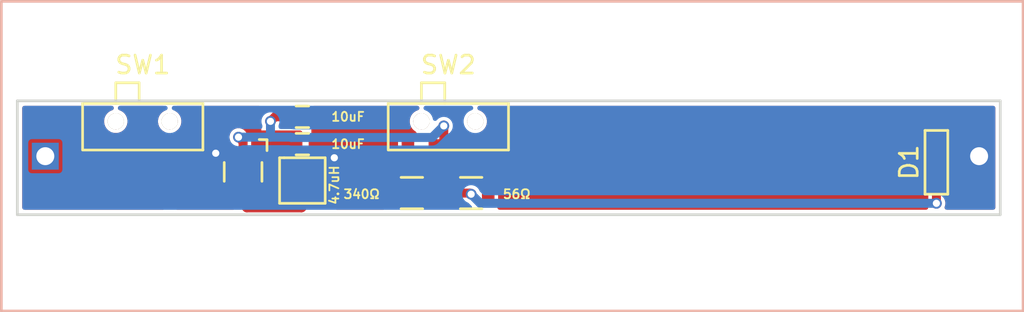
<source format=kicad_pcb>
(kicad_pcb (version 4) (host pcbnew 4.0.7-e2-6376~58~ubuntu16.04.1)

  (general
    (links 17)
    (no_connects 0)
    (area 122.225999 117.145999 177.113001 123.646001)
    (thickness 1.6)
    (drawings 13)
    (tracks 64)
    (zones 0)
    (modules 11)
    (nets 9)
  )

  (page A4)
  (layers
    (0 F.Cu signal)
    (31 B.Cu signal)
    (32 B.Adhes user)
    (33 F.Adhes user)
    (34 B.Paste user)
    (35 F.Paste user)
    (36 B.SilkS user)
    (37 F.SilkS user)
    (38 B.Mask user)
    (39 F.Mask user)
    (40 Dwgs.User user hide)
    (41 Cmts.User user hide)
    (42 Eco1.User user hide)
    (43 Eco2.User user hide)
    (44 Edge.Cuts user)
    (45 Margin user hide)
    (46 B.CrtYd user hide)
    (47 F.CrtYd user hide)
    (48 B.Fab user hide)
    (49 F.Fab user hide)
  )

  (setup
    (last_trace_width 0.25)
    (trace_clearance 0.2)
    (zone_clearance 0.2)
    (zone_45_only no)
    (trace_min 0.2)
    (segment_width 0.2)
    (edge_width 0.15)
    (via_size 0.6)
    (via_drill 0.4)
    (via_min_size 0.4)
    (via_min_drill 0.3)
    (uvia_size 0.3)
    (uvia_drill 0.1)
    (uvias_allowed no)
    (uvia_min_size 0.2)
    (uvia_min_drill 0.1)
    (pcb_text_width 0.3)
    (pcb_text_size 1.5 1.5)
    (mod_edge_width 0.15)
    (mod_text_size 1 1)
    (mod_text_width 0.15)
    (pad_size 1.524 1.524)
    (pad_drill 0.762)
    (pad_to_mask_clearance 0.2)
    (aux_axis_origin 0 0)
    (visible_elements FFFEDF79)
    (pcbplotparams
      (layerselection 0x01008_00000000)
      (usegerberextensions false)
      (excludeedgelayer true)
      (linewidth 0.100000)
      (plotframeref false)
      (viasonmask false)
      (mode 1)
      (useauxorigin false)
      (hpglpennumber 1)
      (hpglpenspeed 20)
      (hpglpendiameter 15)
      (hpglpenoverlay 2)
      (psnegative false)
      (psa4output false)
      (plotreference true)
      (plotvalue true)
      (plotinvisibletext false)
      (padsonsilk false)
      (subtractmaskfromsilk false)
      (outputformat 1)
      (mirror false)
      (drillshape 0)
      (scaleselection 1)
      (outputdirectory "/home/rick/Dropbox/AA LED Boost/gerber/"))
  )

  (net 0 "")
  (net 1 "Net-(BT1-Pad1)")
  (net 2 GND)
  (net 3 "Net-(C2-Pad1)")
  (net 4 "Net-(D1-Pad2)")
  (net 5 "Net-(L1-Pad2)")
  (net 6 "Net-(C1-Pad1)")
  (net 7 "Net-(R1-Pad2)")
  (net 8 "Net-(R2-Pad1)")

  (net_class Default "This is the default net class."
    (clearance 0.2)
    (trace_width 0.25)
    (via_dia 0.6)
    (via_drill 0.4)
    (uvia_dia 0.3)
    (uvia_drill 0.1)
    (add_net GND)
    (add_net "Net-(BT1-Pad1)")
    (add_net "Net-(C1-Pad1)")
    (add_net "Net-(C2-Pad1)")
    (add_net "Net-(D1-Pad2)")
    (add_net "Net-(L1-Pad2)")
    (add_net "Net-(R1-Pad2)")
    (add_net "Net-(R2-Pad1)")
  )

  (module "Rick's Custom:12BH311P-GR" (layer B.Cu) (tedit 5A63D9BC) (tstamp 5A63DEF0)
    (at 149.86 120.3071)
    (path /5A63C404)
    (fp_text reference BT1 (at 0 -1.27) (layer B.SilkS) hide
      (effects (font (size 1 1) (thickness 0.15)) (justify mirror))
    )
    (fp_text value "1.5v AA" (at 0 1.27) (layer B.Fab)
      (effects (font (size 1 1) (thickness 0.15)) (justify mirror))
    )
    (fp_line (start 28.448 -8.636) (end 28.448 8.636) (layer B.SilkS) (width 0.15))
    (fp_line (start -28.448 -8.636) (end 28.448 -8.636) (layer B.SilkS) (width 0.15))
    (fp_line (start -28.448 8.636) (end -28.448 -8.636) (layer B.SilkS) (width 0.15))
    (fp_line (start 28.448 8.636) (end -28.448 8.636) (layer B.SilkS) (width 0.15))
    (pad 1 thru_hole rect (at -26 0) (size 1.5 1.5) (drill 1) (layers *.Cu *.Mask)
      (net 1 "Net-(BT1-Pad1)"))
    (pad 2 thru_hole circle (at 26 0) (size 1.5 1.5) (drill 1) (layers *.Cu *.Mask)
      (net 2 GND))
  )

  (module Capacitors_SMD:C_0603 (layer F.Cu) (tedit 5A63D9B1) (tstamp 5A63DEF6)
    (at 138.176 119.634)
    (descr "Capacitor SMD 0603, reflow soldering, AVX (see smccp.pdf)")
    (tags "capacitor 0603")
    (path /5A63C990)
    (attr smd)
    (fp_text reference C1 (at 0 -1.9) (layer F.SilkS) hide
      (effects (font (size 1 1) (thickness 0.15)))
    )
    (fp_text value 10uF (at 0 1.9) (layer F.Fab)
      (effects (font (size 1 1) (thickness 0.15)))
    )
    (fp_line (start -0.8 0.4) (end -0.8 -0.4) (layer F.Fab) (width 0.15))
    (fp_line (start 0.8 0.4) (end -0.8 0.4) (layer F.Fab) (width 0.15))
    (fp_line (start 0.8 -0.4) (end 0.8 0.4) (layer F.Fab) (width 0.15))
    (fp_line (start -0.8 -0.4) (end 0.8 -0.4) (layer F.Fab) (width 0.15))
    (fp_line (start -1.45 -0.75) (end 1.45 -0.75) (layer F.CrtYd) (width 0.05))
    (fp_line (start -1.45 0.75) (end 1.45 0.75) (layer F.CrtYd) (width 0.05))
    (fp_line (start -1.45 -0.75) (end -1.45 0.75) (layer F.CrtYd) (width 0.05))
    (fp_line (start 1.45 -0.75) (end 1.45 0.75) (layer F.CrtYd) (width 0.05))
    (fp_line (start -0.35 -0.6) (end 0.35 -0.6) (layer F.SilkS) (width 0.15))
    (fp_line (start 0.35 0.6) (end -0.35 0.6) (layer F.SilkS) (width 0.15))
    (pad 1 smd rect (at -0.75 0) (size 0.8 0.75) (layers F.Cu F.Paste F.Mask)
      (net 6 "Net-(C1-Pad1)"))
    (pad 2 smd rect (at 0.75 0) (size 0.8 0.75) (layers F.Cu F.Paste F.Mask)
      (net 2 GND))
    (model Capacitors_SMD.3dshapes/C_0603.wrl
      (at (xyz 0 0 0))
      (scale (xyz 1 1 1))
      (rotate (xyz 0 0 0))
    )
  )

  (module Capacitors_SMD:C_0603 (layer F.Cu) (tedit 5A63D994) (tstamp 5A63DEFC)
    (at 138.176 118.11)
    (descr "Capacitor SMD 0603, reflow soldering, AVX (see smccp.pdf)")
    (tags "capacitor 0603")
    (path /5A63C9EC)
    (attr smd)
    (fp_text reference C2 (at 0 -1.9) (layer F.SilkS) hide
      (effects (font (size 1 1) (thickness 0.15)))
    )
    (fp_text value 10uF (at 0 1.9) (layer F.Fab)
      (effects (font (size 1 1) (thickness 0.15)))
    )
    (fp_line (start -0.8 0.4) (end -0.8 -0.4) (layer F.Fab) (width 0.15))
    (fp_line (start 0.8 0.4) (end -0.8 0.4) (layer F.Fab) (width 0.15))
    (fp_line (start 0.8 -0.4) (end 0.8 0.4) (layer F.Fab) (width 0.15))
    (fp_line (start -0.8 -0.4) (end 0.8 -0.4) (layer F.Fab) (width 0.15))
    (fp_line (start -1.45 -0.75) (end 1.45 -0.75) (layer F.CrtYd) (width 0.05))
    (fp_line (start -1.45 0.75) (end 1.45 0.75) (layer F.CrtYd) (width 0.05))
    (fp_line (start -1.45 -0.75) (end -1.45 0.75) (layer F.CrtYd) (width 0.05))
    (fp_line (start 1.45 -0.75) (end 1.45 0.75) (layer F.CrtYd) (width 0.05))
    (fp_line (start -0.35 -0.6) (end 0.35 -0.6) (layer F.SilkS) (width 0.15))
    (fp_line (start 0.35 0.6) (end -0.35 0.6) (layer F.SilkS) (width 0.15))
    (pad 1 smd rect (at -0.75 0) (size 0.8 0.75) (layers F.Cu F.Paste F.Mask)
      (net 3 "Net-(C2-Pad1)"))
    (pad 2 smd rect (at 0.75 0) (size 0.8 0.75) (layers F.Cu F.Paste F.Mask)
      (net 2 GND))
    (model Capacitors_SMD.3dshapes/C_0603.wrl
      (at (xyz 0 0 0))
      (scale (xyz 1 1 1))
      (rotate (xyz 0 0 0))
    )
  )

  (module "Rick's Custom:EPL2010-472MLB" (layer F.Cu) (tedit 5A63D9AB) (tstamp 5A63DFBA)
    (at 138.176 121.666 270)
    (path /5A63C7E2)
    (fp_text reference L1 (at 0 2.286 270) (layer F.SilkS) hide
      (effects (font (size 1 1) (thickness 0.15)))
    )
    (fp_text value 4.7uH (at 0 -2.286 270) (layer F.Fab)
      (effects (font (size 1 1) (thickness 0.15)))
    )
    (fp_line (start 1.27 1.27) (end 1.27 -1.27) (layer F.SilkS) (width 0.15))
    (fp_line (start -1.27 1.27) (end 1.27 1.27) (layer F.SilkS) (width 0.15))
    (fp_line (start -1.27 1.016) (end -1.27 1.27) (layer F.SilkS) (width 0.15))
    (fp_line (start -1.27 -1.27) (end -1.27 1.016) (layer F.SilkS) (width 0.15))
    (fp_line (start 1.27 -1.27) (end -1.27 -1.27) (layer F.SilkS) (width 0.15))
    (pad 1 smd rect (at -0.675 0 270) (size 0.6 1.8) (layers F.Cu F.Paste F.Mask)
      (net 6 "Net-(C1-Pad1)"))
    (pad 2 smd rect (at 0.675 0 270) (size 0.6 1.8) (layers F.Cu F.Paste F.Mask)
      (net 5 "Net-(L1-Pad2)"))
  )

  (module Resistors_SMD:R_0805 (layer F.Cu) (tedit 5A63D97A) (tstamp 5A63DFC0)
    (at 147.574 122.3645)
    (descr "Resistor SMD 0805, reflow soldering, Vishay (see dcrcw.pdf)")
    (tags "resistor 0805")
    (path /5A63C88A)
    (attr smd)
    (fp_text reference R1 (at 0 -2.1) (layer F.SilkS) hide
      (effects (font (size 1 1) (thickness 0.15)))
    )
    (fp_text value 56_Ohm (at 0 2.1) (layer F.Fab)
      (effects (font (size 1 1) (thickness 0.15)))
    )
    (fp_line (start -1 0.625) (end -1 -0.625) (layer F.Fab) (width 0.1))
    (fp_line (start 1 0.625) (end -1 0.625) (layer F.Fab) (width 0.1))
    (fp_line (start 1 -0.625) (end 1 0.625) (layer F.Fab) (width 0.1))
    (fp_line (start -1 -0.625) (end 1 -0.625) (layer F.Fab) (width 0.1))
    (fp_line (start -1.6 -1) (end 1.6 -1) (layer F.CrtYd) (width 0.05))
    (fp_line (start -1.6 1) (end 1.6 1) (layer F.CrtYd) (width 0.05))
    (fp_line (start -1.6 -1) (end -1.6 1) (layer F.CrtYd) (width 0.05))
    (fp_line (start 1.6 -1) (end 1.6 1) (layer F.CrtYd) (width 0.05))
    (fp_line (start 0.6 0.875) (end -0.6 0.875) (layer F.SilkS) (width 0.15))
    (fp_line (start -0.6 -0.875) (end 0.6 -0.875) (layer F.SilkS) (width 0.15))
    (pad 1 smd rect (at -0.95 0) (size 0.7 1.3) (layers F.Cu F.Paste F.Mask)
      (net 4 "Net-(D1-Pad2)"))
    (pad 2 smd rect (at 0.95 0) (size 0.7 1.3) (layers F.Cu F.Paste F.Mask)
      (net 7 "Net-(R1-Pad2)"))
    (model Resistors_SMD.3dshapes/R_0805.wrl
      (at (xyz 0 0 0))
      (scale (xyz 1 1 1))
      (rotate (xyz 0 0 0))
    )
  )

  (module Resistors_SMD:R_0805 (layer F.Cu) (tedit 5A63D981) (tstamp 5A63DFC6)
    (at 144.272 122.3645)
    (descr "Resistor SMD 0805, reflow soldering, Vishay (see dcrcw.pdf)")
    (tags "resistor 0805")
    (path /5A63C944)
    (attr smd)
    (fp_text reference R2 (at 0 -2.1) (layer F.SilkS) hide
      (effects (font (size 1 1) (thickness 0.15)))
    )
    (fp_text value 340_Ohm (at 0 2.1) (layer F.Fab)
      (effects (font (size 1 1) (thickness 0.15)))
    )
    (fp_line (start -1 0.625) (end -1 -0.625) (layer F.Fab) (width 0.1))
    (fp_line (start 1 0.625) (end -1 0.625) (layer F.Fab) (width 0.1))
    (fp_line (start 1 -0.625) (end 1 0.625) (layer F.Fab) (width 0.1))
    (fp_line (start -1 -0.625) (end 1 -0.625) (layer F.Fab) (width 0.1))
    (fp_line (start -1.6 -1) (end 1.6 -1) (layer F.CrtYd) (width 0.05))
    (fp_line (start -1.6 1) (end 1.6 1) (layer F.CrtYd) (width 0.05))
    (fp_line (start -1.6 -1) (end -1.6 1) (layer F.CrtYd) (width 0.05))
    (fp_line (start 1.6 -1) (end 1.6 1) (layer F.CrtYd) (width 0.05))
    (fp_line (start 0.6 0.875) (end -0.6 0.875) (layer F.SilkS) (width 0.15))
    (fp_line (start -0.6 -0.875) (end 0.6 -0.875) (layer F.SilkS) (width 0.15))
    (pad 1 smd rect (at -0.95 0) (size 0.7 1.3) (layers F.Cu F.Paste F.Mask)
      (net 8 "Net-(R2-Pad1)"))
    (pad 2 smd rect (at 0.95 0) (size 0.7 1.3) (layers F.Cu F.Paste F.Mask)
      (net 4 "Net-(D1-Pad2)"))
    (model Resistors_SMD.3dshapes/R_0805.wrl
      (at (xyz 0 0 0))
      (scale (xyz 1 1 1))
      (rotate (xyz 0 0 0))
    )
  )

  (module TO_SOT_Packages_SMD:SC-70-6 (layer F.Cu) (tedit 5A63D9A1) (tstamp 5A63DFD0)
    (at 134.874 121.158 180)
    (descr SC-70-6,)
    (tags SC-70-6)
    (path /5A63C79F)
    (attr smd)
    (fp_text reference U1 (at 0.01016 -3.05054 180) (layer F.SilkS) hide
      (effects (font (size 1 1) (thickness 0.15)))
    )
    (fp_text value TLV61225 (at 0.04064 4.191 180) (layer F.Fab)
      (effects (font (size 1 1) (thickness 0.15)))
    )
    (fp_line (start 1.2 -1.6) (end 1.2 1.6) (layer F.CrtYd) (width 0.05))
    (fp_line (start -1.2 -1.6) (end 1.2 -1.6) (layer F.CrtYd) (width 0.05))
    (fp_line (start -1.2 1.6) (end -1.2 -1.6) (layer F.CrtYd) (width 0.05))
    (fp_line (start 1.2 1.6) (end -1.2 1.6) (layer F.CrtYd) (width 0.05))
    (fp_line (start 1.05 0.5) (end 1.05 -0.55) (layer F.SilkS) (width 0.15))
    (fp_line (start -1.05 -0.55) (end -1.05 0.5) (layer F.SilkS) (width 0.15))
    (fp_line (start -1.33096 1.16078) (end -1.33096 1.77038) (layer F.SilkS) (width 0.15))
    (fp_line (start -1.33096 1.77038) (end -0.89916 1.78054) (layer F.SilkS) (width 0.15))
    (pad 1 smd rect (at -0.65024 0.94996 180) (size 0.39878 0.7493) (layers F.Cu F.Paste F.Mask)
      (net 6 "Net-(C1-Pad1)"))
    (pad 2 smd rect (at 0 0.94996 180) (size 0.39878 0.7493) (layers F.Cu F.Paste F.Mask)
      (net 3 "Net-(C2-Pad1)"))
    (pad 3 smd rect (at 0.65024 0.94996 180) (size 0.39878 0.7493) (layers F.Cu F.Paste F.Mask)
      (net 2 GND))
    (pad 4 smd rect (at 0.65024 -0.94996 180) (size 0.39878 0.7493) (layers F.Cu F.Paste F.Mask)
      (net 3 "Net-(C2-Pad1)"))
    (pad 5 smd rect (at 0 -0.94996 180) (size 0.39878 0.7493) (layers F.Cu F.Paste F.Mask)
      (net 5 "Net-(L1-Pad2)"))
    (pad 6 smd rect (at -0.65024 -0.94996 180) (size 0.39878 0.7493) (layers F.Cu F.Paste F.Mask)
      (net 6 "Net-(C1-Pad1)"))
    (model TO_SOT_Packages_SMD.3dshapes/SC-70-6.wrl
      (at (xyz 0 0 0))
      (scale (xyz 1 1 1))
      (rotate (xyz 0 0 0))
    )
  )

  (module "Rick's Custom:logo_5mm" (layer F.Cu) (tedit 0) (tstamp 5A63EF3F)
    (at 153.924 120.396)
    (fp_text reference G*** (at 0 0) (layer F.SilkS) hide
      (effects (font (thickness 0.3)))
    )
    (fp_text value LOGO (at 0.75 0) (layer F.SilkS) hide
      (effects (font (thickness 0.3)))
    )
    (fp_poly (pts (xy 2.442308 2.442308) (xy -2.442307 2.442308) (xy -2.442307 1.937065) (xy -2.285511 1.937065)
      (xy -2.266186 2.033831) (xy -2.256821 2.057986) (xy -2.214497 2.124662) (xy -2.150308 2.189006)
      (xy -2.079088 2.237393) (xy -2.046793 2.250939) (xy -1.967146 2.260936) (xy -1.875591 2.250894)
      (xy -1.790837 2.224026) (xy -1.749271 2.199843) (xy -1.688596 2.139997) (xy -1.645829 2.063423)
      (xy -1.618234 1.963155) (xy -1.608023 1.874966) (xy -1.365 1.874966) (xy -1.363428 1.893655)
      (xy -1.334366 2.000782) (xy -1.269808 2.092437) (xy -1.182077 2.160566) (xy -1.097924 2.195264)
      (xy -1.006971 2.20761) (xy -0.924172 2.196418) (xy -0.893619 2.183423) (xy -0.795841 2.113387)
      (xy -0.730313 2.028076) (xy -0.694017 1.922004) (xy -0.683846 1.802304) (xy -0.679786 1.697651)
      (xy -0.664185 1.615609) (xy -0.631911 1.54476) (xy -0.57783 1.473684) (xy -0.50058 1.394588)
      (xy -0.435616 1.333825) (xy -0.376185 1.281445) (xy -0.330984 1.244967) (xy -0.31534 1.234408)
      (xy -0.277077 1.224151) (xy -0.208859 1.216309) (xy -0.119739 1.210964) (xy -0.01877 1.208195)
      (xy 0.084996 1.208082) (xy 0.182506 1.210704) (xy 0.264708 1.216142) (xy 0.322549 1.224474)
      (xy 0.336906 1.228662) (xy 0.381612 1.255887) (xy 0.442179 1.305707) (xy 0.510478 1.369869)
      (xy 0.578381 1.440122) (xy 0.637758 1.508213) (xy 0.680482 1.565891) (xy 0.694648 1.591843)
      (xy 0.70977 1.647515) (xy 0.720598 1.724075) (xy 0.72441 1.792026) (xy 0.734953 1.922172)
      (xy 0.765287 2.023456) (xy 0.818407 2.102303) (xy 0.897305 2.165135) (xy 0.898769 2.166031)
      (xy 0.985703 2.199136) (xy 1.085036 2.206642) (xy 1.17868 2.187391) (xy 1.186042 2.184379)
      (xy 1.245797 2.146585) (xy 1.306872 2.088962) (xy 1.358677 2.023563) (xy 1.390623 1.962443)
      (xy 1.394738 1.946817) (xy 1.394951 1.847958) (xy 1.365069 1.749331) (xy 1.310696 1.662546)
      (xy 1.23744 1.599215) (xy 1.223134 1.591427) (xy 1.178087 1.576527) (xy 1.106374 1.561022)
      (xy 1.020285 1.547379) (xy 0.978164 1.542291) (xy 0.866297 1.527951) (xy 0.782473 1.509531)
      (xy 0.715666 1.482025) (xy 0.654853 1.440428) (xy 0.589008 1.379733) (xy 0.563796 1.354144)
      (xy 0.489677 1.273411) (xy 0.440129 1.204685) (xy 0.40928 1.135473) (xy 0.39126 1.053284)
      (xy 0.381913 0.967154) (xy 0.377036 0.913598) (xy 0.625231 0.913598) (xy 0.631913 0.987953)
      (xy 0.656984 1.050235) (xy 0.684437 1.091869) (xy 0.757623 1.175349) (xy 0.836485 1.225572)
      (xy 0.931533 1.248057) (xy 0.986693 1.250621) (xy 1.118289 1.258062) (xy 1.22519 1.282981)
      (xy 1.319747 1.330419) (xy 1.414311 1.405423) (xy 1.450723 1.440132) (xy 1.532483 1.525737)
      (xy 1.587545 1.598465) (xy 1.620776 1.668471) (xy 1.637047 1.745906) (xy 1.641231 1.837382)
      (xy 1.65476 1.968573) (xy 1.693335 2.081711) (xy 1.753938 2.171653) (xy 1.833551 2.233258)
      (xy 1.885462 2.253503) (xy 1.973578 2.261636) (xy 2.070244 2.246567) (xy 2.156979 2.212071)
      (xy 2.187036 2.191872) (xy 2.277239 2.103818) (xy 2.328527 2.015839) (xy 2.34106 1.927424)
      (xy 2.314997 1.838061) (xy 2.303414 1.817077) (xy 2.233506 1.718797) (xy 2.157685 1.653686)
      (xy 2.06688 1.616666) (xy 1.952019 1.602657) (xy 1.919535 1.602154) (xy 1.820543 1.598741)
      (xy 1.741802 1.585366) (xy 1.673317 1.557323) (xy 1.605096 1.509906) (xy 1.527145 1.43841)
      (xy 1.488037 1.398981) (xy 1.424292 1.332855) (xy 1.378817 1.280308) (xy 1.347961 1.232274)
      (xy 1.32807 1.179688) (xy 1.315489 1.113486) (xy 1.306566 1.024602) (xy 1.299638 0.93151)
      (xy 1.276278 0.808466) (xy 1.226578 0.71355) (xy 1.151549 0.647781) (xy 1.052203 0.612178)
      (xy 0.976267 0.605693) (xy 0.878236 0.613466) (xy 0.801576 0.641122) (xy 0.732389 0.695161)
      (xy 0.692523 0.738443) (xy 0.650433 0.794114) (xy 0.630526 0.844093) (xy 0.625248 0.90804)
      (xy 0.625231 0.913598) (xy 0.377036 0.913598) (xy 0.372362 0.862275) (xy 0.362508 0.787722)
      (xy 0.349832 0.734807) (xy 0.331817 0.694841) (xy 0.305944 0.659135) (xy 0.286162 0.636753)
      (xy 0.202361 0.567098) (xy 0.106092 0.522094) (xy 0.020023 0.508) (xy -0.043723 0.520608)
      (xy -0.120793 0.553277) (xy -0.197043 0.598274) (xy -0.258328 0.647868) (xy -0.278308 0.671081)
      (xy -0.302621 0.720309) (xy -0.32093 0.79441) (xy -0.33492 0.900297) (xy -0.335438 0.905543)
      (xy -0.345505 0.993181) (xy -0.357314 1.072952) (xy -0.368841 1.131809) (xy -0.372757 1.146073)
      (xy -0.393307 1.181325) (xy -0.434722 1.233507) (xy -0.490336 1.295875) (xy -0.553483 1.361686)
      (xy -0.617495 1.424194) (xy -0.675706 1.476657) (xy -0.721449 1.512332) (xy -0.746888 1.52453)
      (xy -0.828582 1.529113) (xy -0.921878 1.538707) (xy -1.015953 1.55169) (xy -1.099983 1.566443)
      (xy -1.163145 1.581343) (xy -1.188515 1.590663) (xy -1.234366 1.624961) (xy -1.284962 1.678151)
      (xy -1.310452 1.711614) (xy -1.347329 1.771036) (xy -1.363737 1.81939) (xy -1.365 1.874966)
      (xy -1.608023 1.874966) (xy -1.603073 1.832226) (xy -1.602724 1.826846) (xy -1.595259 1.743415)
      (xy -1.58489 1.671471) (xy -1.573423 1.6225) (xy -1.568937 1.611923) (xy -1.545476 1.581475)
      (xy -1.501354 1.532273) (xy -1.444142 1.472588) (xy -1.411709 1.440132) (xy -1.314622 1.35437)
      (xy -1.22203 1.297718) (xy -1.121669 1.265191) (xy -1.001277 1.251804) (xy -0.945662 1.250694)
      (xy -0.87037 1.247247) (xy -0.815861 1.233749) (xy -0.764134 1.204926) (xy -0.746094 1.192232)
      (xy -0.670707 1.124464) (xy -0.626283 1.048165) (xy -0.607587 0.952579) (xy -0.606145 0.904624)
      (xy -0.609121 0.835461) (xy -0.621277 0.788589) (xy -0.648487 0.747362) (xy -0.670261 0.722923)
      (xy -0.735672 0.660213) (xy -0.796137 0.624294) (xy -0.866812 0.608447) (xy -0.934691 0.605693)
      (xy -1.050176 0.621274) (xy -1.141584 0.667453) (xy -1.20804 0.743384) (xy -1.248668 0.848218)
      (xy -1.25988 0.919993) (xy -1.270386 1.035793) (xy -1.279891 1.120982) (xy -1.291656 1.183789)
      (xy -1.308946 1.232447) (xy -1.335023 1.275187) (xy -1.37315 1.32024) (xy -1.426591 1.375838)
      (xy -1.450156 1.399967) (xy -1.535536 1.483301) (xy -1.607543 1.540379) (xy -1.676576 1.575963)
      (xy -1.753032 1.594813) (xy -1.847309 1.601689) (xy -1.891727 1.602154) (xy -2.009535 1.612478)
      (xy -2.102331 1.646244) (xy -2.179112 1.707647) (xy -2.217131 1.75384) (xy -2.269532 1.846592)
      (xy -2.285511 1.937065) (xy -2.442307 1.937065) (xy -2.442307 1.040025) (xy -2.235255 1.040025)
      (xy -2.227666 1.086423) (xy -2.199795 1.14183) (xy -2.199115 1.142991) (xy -2.141459 1.226373)
      (xy -2.07864 1.281973) (xy -1.999101 1.320298) (xy -1.903866 1.337231) (xy -1.800596 1.327442)
      (xy -1.719384 1.298536) (xy -1.639044 1.235725) (xy -1.586624 1.147182) (xy -1.563911 1.036226)
      (xy -1.563077 1.007987) (xy -1.55836 0.921538) (xy -1.54649 0.829294) (xy -1.540459 0.797683)
      (xy -1.526607 0.746391) (xy -1.506081 0.701457) (xy -1.472983 0.654022) (xy -1.421414 0.595223)
      (xy -1.369497 0.540837) (xy -1.305326 0.476261) (xy -1.247945 0.421255) (xy -1.204631 0.382643)
      (xy -1.185637 0.36848) (xy -1.1525 0.359188) (xy -1.08982 0.348972) (xy -1.007064 0.339166)
      (xy -0.927699 0.332126) (xy -0.83142 0.324458) (xy -0.765631 0.317062) (xy -0.721843 0.307473)
      (xy -0.691566 0.293231) (xy -0.666308 0.27187) (xy -0.646267 0.250483) (xy -0.580571 0.154217)
      (xy -0.551243 0.047283) (xy -0.551371 -0.001158) (xy -0.281507 -0.001158) (xy -0.266158 0.099138)
      (xy -0.224178 0.190482) (xy -0.157321 0.262368) (xy -0.149223 0.268159) (xy -0.072186 0.301141)
      (xy 0.022408 0.313677) (xy 0.118803 0.305746) (xy 0.201241 0.277328) (xy 0.215455 0.268654)
      (xy 0.281387 0.212528) (xy 0.32308 0.145528) (xy 0.344323 0.059773) (xy 0.588278 0.059773)
      (xy 0.599317 0.115511) (xy 0.621742 0.160432) (xy 0.664281 0.224192) (xy 0.705135 0.268405)
      (xy 0.75319 0.297416) (xy 0.817331 0.315573) (xy 0.90644 0.327221) (xy 0.974033 0.33278)
      (xy 1.065671 0.341235) (xy 1.146036 0.35171) (xy 1.205119 0.362722) (xy 1.229842 0.370653)
      (xy 1.260673 0.393491) (xy 1.310635 0.437303) (xy 1.371756 0.494906) (xy 1.413173 0.535818)
      (xy 1.478099 0.6024) (xy 1.520887 0.651666) (xy 1.547545 0.693409) (xy 1.56408 0.737421)
      (xy 1.576499 0.793495) (xy 1.578792 0.805791) (xy 1.591506 0.889543) (xy 1.599991 0.973684)
      (xy 1.602154 1.023526) (xy 1.615971 1.110696) (xy 1.652618 1.195171) (xy 1.704891 1.263265)
      (xy 1.743523 1.292091) (xy 1.852625 1.329984) (xy 1.968344 1.334152) (xy 2.07866 1.304391)
      (xy 2.091814 1.298101) (xy 2.135017 1.267717) (xy 2.185165 1.220831) (xy 2.204161 1.199872)
      (xy 2.254986 1.112674) (xy 2.269368 1.01585) (xy 2.247179 0.914197) (xy 2.213414 0.848324)
      (xy 2.141906 0.762448) (xy 2.054182 0.709179) (xy 1.944673 0.685617) (xy 1.897736 0.683846)
      (xy 1.783358 0.679076) (xy 1.692003 0.661454) (xy 1.612187 0.626015) (xy 1.532422 0.567793)
      (xy 1.449383 0.49001) (xy 1.385262 0.422365) (xy 1.329774 0.35731) (xy 1.290462 0.304029)
      (xy 1.277378 0.280599) (xy 1.263751 0.225003) (xy 1.254774 0.142125) (xy 1.250455 0.043297)
      (xy 1.250798 -0.060148) (xy 1.255809 -0.156876) (xy 1.265495 -0.235555) (xy 1.277095 -0.27905)
      (xy 1.30199 -0.319368) (xy 1.347749 -0.377661) (xy 1.406982 -0.444914) (xy 1.450036 -0.490003)
      (xy 1.515883 -0.555849) (xy 1.563963 -0.599493) (xy 1.603832 -0.626669) (xy 1.645047 -0.643114)
      (xy 1.697164 -0.654562) (xy 1.734897 -0.660964) (xy 1.817972 -0.672783) (xy 1.898051 -0.681048)
      (xy 1.952991 -0.683846) (xy 2.015357 -0.68983) (xy 2.067509 -0.704594) (xy 2.07477 -0.708269)
      (xy 2.135556 -0.7489) (xy 2.182465 -0.790379) (xy 2.206462 -0.824341) (xy 2.207846 -0.831516)
      (xy 2.221481 -0.862573) (xy 2.237154 -0.879231) (xy 2.257421 -0.91754) (xy 2.266059 -0.990436)
      (xy 2.266462 -1.016326) (xy 2.263497 -1.086442) (xy 2.251237 -1.133509) (xy 2.224635 -1.173323)
      (xy 2.211694 -1.187727) (xy 2.119535 -1.268588) (xy 2.024162 -1.3143) (xy 1.91938 -1.328542)
      (xy 1.807484 -1.311703) (xy 1.716384 -1.263457) (xy 1.649641 -1.187469) (xy 1.610819 -1.087403)
      (xy 1.602154 -1.002192) (xy 1.597317 -0.914127) (xy 1.585073 -0.820053) (xy 1.577731 -0.782481)
      (xy 1.564005 -0.731847) (xy 1.544893 -0.688588) (xy 1.514614 -0.644303) (xy 1.467389 -0.590588)
      (xy 1.397441 -0.51904) (xy 1.394593 -0.516193) (xy 1.316811 -0.440591) (xy 1.255027 -0.389117)
      (xy 1.198795 -0.35713) (xy 1.137667 -0.339989) (xy 1.061197 -0.333053) (xy 0.979366 -0.331725)
      (xy 0.84339 -0.318091) (xy 0.736337 -0.278194) (xy 0.658218 -0.212042) (xy 0.609046 -0.119646)
      (xy 0.589755 -0.017025) (xy 0.588278 0.059773) (xy 0.344323 0.059773) (xy 0.34467 0.058373)
      (xy 0.350264 -0.033884) (xy 0.349588 -0.110036) (xy 0.343365 -0.159981) (xy 0.328144 -0.196533)
      (xy 0.300472 -0.232504) (xy 0.295111 -0.238555) (xy 0.262736 -0.271497) (xy 0.230812 -0.291233)
      (xy 0.187417 -0.301928) (xy 0.120629 -0.307748) (xy 0.092835 -0.309238) (xy -0.016057 -0.308505)
      (xy -0.09817 -0.291013) (xy -0.163626 -0.252858) (xy -0.222548 -0.190139) (xy -0.225278 -0.186584)
      (xy -0.268466 -0.099901) (xy -0.281507 -0.001158) (xy -0.551371 -0.001158) (xy -0.551471 -0.038858)
      (xy -0.57868 -0.147333) (xy -0.636202 -0.232006) (xy -0.722468 -0.291667) (xy -0.835905 -0.325105)
      (xy -0.932183 -0.332263) (xy -1.03951 -0.335629) (xy -1.122787 -0.348797) (xy -1.193081 -0.376675)
      (xy -1.261459 -0.424169) (xy -1.338989 -0.496186) (xy -1.367692 -0.525371) (xy -1.435937 -0.59762)
      (xy -1.481554 -0.652441) (xy -1.510589 -0.698953) (xy -1.529088 -0.746275) (xy -1.538654 -0.783208)
      (xy -1.55319 -0.86901) (xy -1.561934 -0.963377) (xy -1.563077 -1.002192) (xy -1.579456 -1.118327)
      (xy -1.626539 -1.212023) (xy -1.701239 -1.280172) (xy -1.800473 -1.319665) (xy -1.887056 -1.328615)
      (xy -1.997564 -1.313906) (xy -2.088074 -1.267941) (xy -2.163045 -1.187967) (xy -2.193192 -1.139627)
      (xy -2.224179 -1.047725) (xy -2.22188 -0.95285) (xy -2.190725 -0.862266) (xy -2.13514 -0.783234)
      (xy -2.059554 -0.723019) (xy -1.968395 -0.688882) (xy -1.915319 -0.683846) (xy -1.849002 -0.680428)
      (xy -1.765276 -0.671582) (xy -1.701446 -0.662287) (xy -1.644967 -0.651824) (xy -1.601481 -0.638926)
      (xy -1.562348 -0.618216) (xy -1.518929 -0.584312) (xy -1.462585 -0.531836) (xy -1.411225 -0.481561)
      (xy -1.333624 -0.402806) (xy -1.279221 -0.338152) (xy -1.243914 -0.277445) (xy -1.223604 -0.210531)
      (xy -1.214188 -0.127255) (xy -1.211567 -0.017463) (xy -1.211493 0.013034) (xy -1.215192 0.138436)
      (xy -1.229519 0.236175) (xy -1.259084 0.317202) (xy -1.308499 0.392465) (xy -1.382375 0.472913)
      (xy -1.420707 0.509847) (xy -1.511767 0.588601) (xy -1.594008 0.640125) (xy -1.680435 0.669602)
      (xy -1.784054 0.682215) (xy -1.857261 0.683846) (xy -1.981945 0.699651) (xy -2.083228 0.7467)
      (xy -2.160427 0.824444) (xy -2.212862 0.932333) (xy -2.226154 0.98113) (xy -2.235255 1.040025)
      (xy -2.442307 1.040025) (xy -2.442307 -1.920745) (xy -2.286 -1.920745) (xy -2.28265 -1.854849)
      (xy -2.267704 -1.807502) (xy -2.233822 -1.759989) (xy -2.214199 -1.737714) (xy -2.139586 -1.665885)
      (xy -2.067058 -1.623668) (xy -1.983143 -1.604829) (xy -1.921196 -1.602154) (xy -1.833889 -1.59738)
      (xy -1.741365 -1.585281) (xy -1.703315 -1.577731) (xy -1.653456 -1.56385) (xy -1.611033 -1.544427)
      (xy -1.567671 -1.513509) (xy -1.514994 -1.465142) (xy -1.446101 -1.39491) (xy -1.385549 -1.33118)
      (xy -1.34174 -1.280145) (xy -1.311486 -1.233345) (xy -1.291597 -1.18232) (xy -1.278882 -1.118611)
      (xy -1.270151 -1.03376) (xy -1.262216 -0.919307) (xy -1.261267 -0.904728) (xy -1.236576 -0.792212)
      (xy -1.180582 -0.70114) (xy -1.096514 -0.634663) (xy -0.9876 -0.595935) (xy -0.937846 -0.588923)
      (xy -0.900735 -0.592275) (xy -0.846276 -0.603798) (xy -0.833978 -0.607076) (xy -0.775817 -0.633333)
      (xy -0.711871 -0.676786) (xy -0.682555 -0.702373) (xy -0.63883 -0.747854) (xy -0.615861 -0.785878)
      (xy -0.607013 -0.832769) (xy -0.605638 -0.891598) (xy -0.620779 -1.015632) (xy -0.665617 -1.114554)
      (xy -0.739081 -1.18734) (xy -0.8401 -1.232968) (xy -0.967603 -1.250415) (xy -0.981589 -1.25057)
      (xy -1.087689 -1.254647) (xy -1.171444 -1.269975) (xy -1.24436 -1.301528) (xy -1.317943 -1.354278)
      (xy -1.403317 -1.432823) (xy -1.483307 -1.513291) (xy -1.538507 -1.576903) (xy -1.573453 -1.632627)
      (xy -1.592679 -1.689436) (xy -1.600722 -1.756299) (xy -1.602154 -1.826089) (xy -1.613609 -1.95466)
      (xy -1.351574 -1.95466) (xy -1.349432 -1.829763) (xy -1.323283 -1.73304) (xy -1.296382 -1.687978)
      (xy -1.251332 -1.635654) (xy -1.203375 -1.598184) (xy -1.143693 -1.571789) (xy -1.063469 -1.552691)
      (xy -0.953888 -1.537111) (xy -0.940744 -1.535574) (xy -0.850845 -1.523682) (xy -0.772422 -1.510525)
      (xy -0.715555 -1.497951) (xy -0.693615 -1.490294) (xy -0.654954 -1.461797) (xy -0.601605 -1.412976)
      (xy -0.540677 -1.351535) (xy -0.479279 -1.28518) (xy -0.424518 -1.221617) (xy -0.383502 -1.168551)
      (xy -0.363342 -1.133688) (xy -0.362785 -1.131674) (xy -0.356122 -1.091452) (xy -0.347537 -1.024117)
      (xy -0.338484 -0.941488) (xy -0.334781 -0.903905) (xy -0.315907 -0.778462) (xy -0.284324 -0.684448)
      (xy -0.236753 -0.615374) (xy -0.169912 -0.564747) (xy -0.160907 -0.559848) (xy -0.121428 -0.547299)
      (xy -0.062334 -0.537521) (xy 0.005548 -0.531111) (xy 0.07139 -0.528669) (xy 0.124365 -0.530793)
      (xy 0.153646 -0.538083) (xy 0.156308 -0.542307) (xy 0.172261 -0.559488) (xy 0.21103 -0.58127)
      (xy 0.214683 -0.582916) (xy 0.270066 -0.615733) (xy 0.311392 -0.662356) (xy 0.341708 -0.729267)
      (xy 0.364063 -0.822948) (xy 0.377219 -0.91625) (xy 0.644769 -0.91625) (xy 0.646842 -0.843928)
      (xy 0.656348 -0.795203) (xy 0.678215 -0.754674) (xy 0.708515 -0.717117) (xy 0.791095 -0.64727)
      (xy 0.888504 -0.605479) (xy 0.991402 -0.59325) (xy 1.090444 -0.612088) (xy 1.153656 -0.6454)
      (xy 1.217801 -0.701186) (xy 1.260033 -0.766132) (xy 1.285485 -0.850705) (xy 1.297064 -0.937846)
      (xy 1.30752 -1.04939) (xy 1.318186 -1.13126) (xy 1.332873 -1.192692) (xy 1.355392 -1.242923)
      (xy 1.389556 -1.291188) (xy 1.439174 -1.346725) (xy 1.486019 -1.395786) (xy 1.555828 -1.466886)
      (xy 1.608164 -1.514702) (xy 1.651452 -1.545214) (xy 1.694117 -1.564399) (xy 1.742392 -1.577731)
      (xy 1.826682 -1.592192) (xy 1.920245 -1.600952) (xy 1.960273 -1.602154) (xy 2.057613 -1.60988)
      (xy 2.135417 -1.637215) (xy 2.207158 -1.690392) (xy 2.253276 -1.737714) (xy 2.296395 -1.790273)
      (xy 2.317753 -1.835469) (xy 2.324693 -1.892018) (xy 2.325077 -1.920745) (xy 2.319886 -1.994766)
      (xy 2.29945 -2.052884) (xy 2.26433 -2.106905) (xy 2.192786 -2.185995) (xy 2.114063 -2.23217)
      (xy 2.017371 -2.250666) (xy 1.966605 -2.25139) (xy 1.860567 -2.236165) (xy 1.777311 -2.194654)
      (xy 1.715179 -2.12468) (xy 1.67251 -2.024067) (xy 1.647644 -1.890637) (xy 1.642207 -1.825903)
      (xy 1.635197 -1.736499) (xy 1.62347 -1.668365) (xy 1.60215 -1.6118) (xy 1.566359 -1.557107)
      (xy 1.511221 -1.494587) (xy 1.438851 -1.421457) (xy 1.34952 -1.342141) (xy 1.264905 -1.290718)
      (xy 1.17232 -1.262072) (xy 1.059074 -1.251085) (xy 1.014941 -1.250461) (xy 0.885589 -1.234528)
      (xy 0.778837 -1.186723) (xy 0.694747 -1.107144) (xy 0.665682 -1.061745) (xy 0.650449 -1.013237)
      (xy 0.645065 -0.946396) (xy 0.644769 -0.91625) (xy 0.377219 -0.91625) (xy 0.379712 -0.933923)
      (xy 0.39155 -1.024031) (xy 0.404609 -1.102659) (xy 0.417069 -1.159765) (xy 0.424737 -1.182088)
      (xy 0.453121 -1.220836) (xy 0.50183 -1.27416) (xy 0.563168 -1.334977) (xy 0.629442 -1.396202)
      (xy 0.692958 -1.45075) (xy 0.74602 -1.491536) (xy 0.780934 -1.511476) (xy 0.783096 -1.512044)
      (xy 0.823139 -1.518545) (xy 0.890388 -1.527508) (xy 0.973174 -1.537418) (xy 1.013265 -1.541879)
      (xy 1.131932 -1.559994) (xy 1.219928 -1.587829) (xy 1.285338 -1.630103) (xy 1.336246 -1.691535)
      (xy 1.367746 -1.748803) (xy 1.397834 -1.842918) (xy 1.392452 -1.933277) (xy 1.350809 -2.026636)
      (xy 1.331855 -2.05521) (xy 1.269145 -2.119888) (xy 1.187431 -2.171864) (xy 1.101677 -2.202808)
      (xy 1.057676 -2.207846) (xy 0.959704 -2.189598) (xy 0.868336 -2.139745) (xy 0.793433 -2.065621)
      (xy 0.74512 -1.975353) (xy 0.733392 -1.92028) (xy 0.725348 -1.844287) (xy 0.722923 -1.77747)
      (xy 0.718737 -1.698054) (xy 0.707857 -1.624422) (xy 0.695341 -1.580117) (xy 0.66619 -1.532813)
      (xy 0.615485 -1.471182) (xy 0.551141 -1.402888) (xy 0.481073 -1.335598) (xy 0.4132 -1.276976)
      (xy 0.355435 -1.234688) (xy 0.320828 -1.21748) (xy 0.280245 -1.21163) (xy 0.209913 -1.206928)
      (xy 0.119153 -1.203802) (xy 0.017287 -1.202683) (xy 0 -1.202721) (xy -0.120007 -1.204118)
      (xy -0.210042 -1.209509) (xy -0.279204 -1.22242) (xy -0.336595 -1.246377) (xy -0.391316 -1.284904)
      (xy -0.452468 -1.341528) (xy -0.510399 -1.400438) (xy -0.587688 -1.485641) (xy -0.63861 -1.558851)
      (xy -0.668205 -1.631325) (xy -0.681516 -1.71432) (xy -0.683846 -1.787769) (xy -0.687528 -1.865418)
      (xy -0.697019 -1.937824) (xy -0.706043 -1.975353) (xy -0.754246 -2.065271) (xy -0.828343 -2.138992)
      (xy -0.918334 -2.189015) (xy -1.014217 -2.207839) (xy -1.016 -2.207846) (xy -1.093127 -2.194117)
      (xy -1.174026 -2.15764) (xy -1.249333 -2.105481) (xy -1.309683 -2.044704) (xy -1.345712 -1.982374)
      (xy -1.351574 -1.95466) (xy -1.613609 -1.95466) (xy -1.614458 -1.96418) (xy -1.650345 -2.078648)
      (xy -1.708275 -2.165262) (xy -1.734061 -2.188677) (xy -1.821307 -2.235529) (xy -1.922907 -2.256539)
      (xy -2.025599 -2.250899) (xy -2.116119 -2.217801) (xy -2.124735 -2.212468) (xy -2.162507 -2.179644)
      (xy -2.207642 -2.129408) (xy -2.227312 -2.104105) (xy -2.265472 -2.042866) (xy -2.282648 -1.983203)
      (xy -2.286 -1.920745) (xy -2.442307 -1.920745) (xy -2.442307 -2.442307) (xy 2.442308 -2.442307)
      (xy 2.442308 2.442308)) (layer F.Mask) (width 0.01))
    (fp_poly (pts (xy -2.158455 1.817529) (xy -2.13939 1.853572) (xy -2.130638 1.91036) (xy -2.13263 1.970829)
      (xy -2.145798 2.017918) (xy -2.153138 2.028093) (xy -2.192432 2.050157) (xy -2.224909 2.037916)
      (xy -2.235063 2.020633) (xy -2.248272 1.960261) (xy -2.245744 1.900285) (xy -2.230697 1.849241)
      (xy -2.206353 1.815665) (xy -2.175929 1.808093) (xy -2.158455 1.817529)) (layer F.Mask) (width 0.01))
    (fp_poly (pts (xy -0.655218 0.79829) (xy -0.633744 0.837134) (xy -0.625232 0.898733) (xy -0.625231 0.899564)
      (xy -0.630639 0.976492) (xy -0.648179 1.020254) (xy -0.679817 1.035419) (xy -0.683846 1.035539)
      (xy -0.719662 1.020375) (xy -0.730602 1.004633) (xy -0.74193 0.943105) (xy -0.737881 0.874062)
      (xy -0.720069 0.817941) (xy -0.715268 0.810434) (xy -0.684209 0.787592) (xy -0.655218 0.79829)) (layer F.Mask) (width 0.01))
    (fp_poly (pts (xy 2.265725 1.828433) (xy 2.285313 1.85487) (xy 2.302675 1.911625) (xy 2.302536 1.973175)
      (xy 2.287524 2.027729) (xy 2.260264 2.063493) (xy 2.237154 2.071077) (xy 2.206368 2.055604)
      (xy 2.188995 2.033285) (xy 2.171305 1.970208) (xy 2.174855 1.901481) (xy 2.195968 1.851269)
      (xy 2.232594 1.820423) (xy 2.265725 1.828433)) (layer F.Mask) (width 0.01))
    (fp_poly (pts (xy 0.754345 0.810434) (xy 0.775308 0.85866) (xy 0.781539 0.901232) (xy 0.774218 0.966132)
      (xy 0.755627 1.016659) (xy 0.730825 1.047517) (xy 0.70487 1.053406) (xy 0.682821 1.029028)
      (xy 0.676623 1.011116) (xy 0.664917 0.939984) (xy 0.666769 0.875402) (xy 0.679597 0.824035)
      (xy 0.700819 0.792548) (xy 0.727853 0.787607) (xy 0.754345 0.810434)) (layer F.Mask) (width 0.01))
    (fp_poly (pts (xy -1.2225 1.776641) (xy -1.213233 1.825839) (xy -1.211289 1.885884) (xy -1.216904 1.942962)
      (xy -1.230313 1.98326) (xy -1.234831 1.989016) (xy -1.263581 2.009719) (xy -1.288961 1.999174)
      (xy -1.304192 1.983235) (xy -1.32522 1.939131) (xy -1.329003 1.883452) (xy -1.318523 1.826741)
      (xy -1.296757 1.779537) (xy -1.266688 1.752383) (xy -1.238856 1.752101) (xy -1.2225 1.776641)) (layer F.Mask) (width 0.01))
    (fp_poly (pts (xy 1.343403 1.794069) (xy 1.359302 1.820559) (xy 1.364247 1.853973) (xy 1.364355 1.937318)
      (xy 1.34683 1.991079) (xy 1.312738 2.012251) (xy 1.308092 2.012462) (xy 1.271098 2.000627)
      (xy 1.258385 1.985389) (xy 1.253262 1.949968) (xy 1.252964 1.893944) (xy 1.254114 1.873043)
      (xy 1.260442 1.819633) (xy 1.27374 1.794766) (xy 1.300796 1.787908) (xy 1.309077 1.787769)
      (xy 1.343403 1.794069)) (layer F.Mask) (width 0.01))
    (fp_poly (pts (xy 0.086229 0.553903) (xy 0.126647 0.575337) (xy 0.136769 0.605504) (xy 0.119864 0.638286)
      (xy 0.076203 0.65739) (xy 0.016364 0.660668) (xy -0.049073 0.645974) (xy -0.053731 0.644161)
      (xy -0.089529 0.61858) (xy -0.092139 0.589676) (xy -0.066131 0.564191) (xy -0.016074 0.548865)
      (xy 0.012079 0.547077) (xy 0.086229 0.553903)) (layer F.Mask) (width 0.01))
    (fp_poly (pts (xy -2.121895 0.905078) (xy -2.101737 0.931201) (xy -2.090682 0.981236) (xy -2.088752 1.041122)
      (xy -2.09597 1.096797) (xy -2.112358 1.134201) (xy -2.121521 1.14091) (xy -2.153989 1.151208)
      (xy -2.168394 1.141253) (xy -2.176448 1.121864) (xy -2.185962 1.072695) (xy -2.187246 1.009621)
      (xy -2.180856 0.951295) (xy -2.170442 0.920345) (xy -2.140179 0.902785) (xy -2.121895 0.905078)) (layer F.Mask) (width 0.01))
    (fp_poly (pts (xy -0.60707 -0.098288) (xy -0.594282 -0.074981) (xy -0.574462 -0.024373) (xy -0.575211 0.024262)
      (xy -0.584796 0.061788) (xy -0.609932 0.116032) (xy -0.639941 0.135242) (xy -0.670764 0.117883)
      (xy -0.683159 0.098977) (xy -0.70212 0.026178) (xy -0.692247 -0.056111) (xy -0.68071 -0.087004)
      (xy -0.656673 -0.126912) (xy -0.633779 -0.130903) (xy -0.60707 -0.098288)) (layer F.Mask) (width 0.01))
    (fp_poly (pts (xy -2.112028 -1.10757) (xy -2.09818 -1.060359) (xy -2.092024 -1.000665) (xy -2.094419 -0.941553)
      (xy -2.106224 -0.89609) (xy -2.116449 -0.882114) (xy -2.144994 -0.86958) (xy -2.163785 -0.883874)
      (xy -2.188084 -0.93282) (xy -2.197674 -0.992318) (xy -2.193909 -1.051696) (xy -2.17814 -1.100283)
      (xy -2.151718 -1.127406) (xy -2.132707 -1.129229) (xy -2.112028 -1.10757)) (layer F.Mask) (width 0.01))
    (fp_poly (pts (xy 2.195948 0.907409) (xy 2.217885 0.946347) (xy 2.226848 1.022023) (xy 2.227086 1.038333)
      (xy 2.220561 1.105815) (xy 2.199153 1.139052) (xy 2.160958 1.14066) (xy 2.154116 1.138494)
      (xy 2.137409 1.114414) (xy 2.129167 1.066073) (xy 2.128984 1.007269) (xy 2.136455 0.951798)
      (xy 2.151176 0.913456) (xy 2.160972 0.905078) (xy 2.195948 0.907409)) (layer F.Mask) (width 0.01))
    (fp_poly (pts (xy 0.693046 -0.089996) (xy 0.712725 -0.044868) (xy 0.719647 0.017021) (xy 0.714999 0.065423)
      (xy 0.69968 0.115624) (xy 0.675129 0.135429) (xy 0.66249 0.136769) (xy 0.641236 0.13315)
      (xy 0.630256 0.116407) (xy 0.627143 0.077717) (xy 0.629183 0.014654) (xy 0.635061 -0.056365)
      (xy 0.6454 -0.094884) (xy 0.662043 -0.10739) (xy 0.663837 -0.107461) (xy 0.693046 -0.089996)) (layer F.Mask) (width 0.01))
    (fp_poly (pts (xy 2.198592 -1.145003) (xy 2.209519 -1.131193) (xy 2.221715 -1.090378) (xy 2.226687 -1.029711)
      (xy 2.22388 -0.967846) (xy 2.215525 -0.929675) (xy 2.190993 -0.899668) (xy 2.160441 -0.901398)
      (xy 2.134175 -0.931101) (xy 2.124388 -0.962963) (xy 2.120459 -1.031299) (xy 2.129335 -1.090429)
      (xy 2.147596 -1.133594) (xy 2.171821 -1.154038) (xy 2.198592 -1.145003)) (layer F.Mask) (width 0.01))
    (fp_poly (pts (xy 0.200269 -0.243156) (xy 0.261651 -0.214474) (xy 0.293859 -0.17136) (xy 0.298906 -0.155667)
      (xy 0.296157 -0.124856) (xy 0.271432 -0.117508) (xy 0.233547 -0.133027) (xy 0.198791 -0.162451)
      (xy 0.164307 -0.207917) (xy 0.157891 -0.237801) (xy 0.179454 -0.247354) (xy 0.200269 -0.243156)) (layer F.Mask) (width 0.01))
    (fp_poly (pts (xy 0.091011 -0.656485) (xy 0.128912 -0.632183) (xy 0.136769 -0.603602) (xy 0.131876 -0.582864)
      (xy 0.111326 -0.571657) (xy 0.066313 -0.567204) (xy 0.019539 -0.566615) (xy -0.046191 -0.568159)
      (xy -0.08171 -0.574643) (xy -0.095825 -0.588844) (xy -0.097692 -0.603602) (xy -0.082586 -0.640613)
      (xy -0.035656 -0.660239) (xy 0.019539 -0.664307) (xy 0.091011 -0.656485)) (layer F.Mask) (width 0.01))
    (fp_poly (pts (xy -1.24019 -2.005203) (xy -1.221445 -1.982985) (xy -1.212565 -1.931117) (xy -1.211384 -1.888467)
      (xy -1.217552 -1.809963) (xy -1.234971 -1.763521) (xy -1.262017 -1.751317) (xy -1.296342 -1.774723)
      (xy -1.321266 -1.821277) (xy -1.328616 -1.877846) (xy -1.320868 -1.934275) (xy -1.300493 -1.980409)
      (xy -1.269968 -2.006093) (xy -1.24019 -2.005203)) (layer F.Mask) (width 0.01))
    (fp_poly (pts (xy 1.337393 -1.962889) (xy 1.338702 -1.961181) (xy 1.360717 -1.913278) (xy 1.365728 -1.858537)
      (xy 1.356795 -1.805468) (xy 1.336976 -1.762583) (xy 1.309331 -1.73839) (xy 1.27692 -1.741402)
      (xy 1.263487 -1.751949) (xy 1.256189 -1.777371) (xy 1.251462 -1.82862) (xy 1.250462 -1.869793)
      (xy 1.257164 -1.942033) (xy 1.275578 -1.983382) (xy 1.303167 -1.99121) (xy 1.337393 -1.962889)) (layer F.Mask) (width 0.01))
    (fp_poly (pts (xy -0.663435 -1.0412) (xy -0.650539 -0.996951) (xy -0.647988 -0.921924) (xy -0.648594 -0.908045)
      (xy -0.657501 -0.834471) (xy -0.673725 -0.793335) (xy -0.695495 -0.786817) (xy -0.721037 -0.8171)
      (xy -0.7216 -0.818143) (xy -0.739447 -0.880056) (xy -0.739527 -0.951839) (xy -0.722518 -1.013662)
      (xy -0.714469 -1.026919) (xy -0.685227 -1.05206) (xy -0.663435 -1.0412)) (layer F.Mask) (width 0.01))
    (fp_poly (pts (xy -2.161473 -2.042177) (xy -2.138456 -2.003978) (xy -2.130071 -1.931505) (xy -2.129991 -1.923561)
      (xy -2.137776 -1.855471) (xy -2.158872 -1.813039) (xy -2.188994 -1.800646) (xy -2.223855 -1.822671)
      (xy -2.226125 -1.825328) (xy -2.238914 -1.861103) (xy -2.243964 -1.919218) (xy -2.243171 -1.947268)
      (xy -2.235834 -2.007586) (xy -2.221159 -2.038416) (xy -2.200418 -2.0484) (xy -2.161473 -2.042177)) (layer F.Mask) (width 0.01))
    (fp_poly (pts (xy 0.750136 -1.046409) (xy 0.772084 -1.007379) (xy 0.781015 -0.93159) (xy 0.781239 -0.915815)
      (xy 0.773363 -0.843492) (xy 0.750494 -0.801672) (xy 0.71463 -0.79365) (xy 0.708269 -0.795559)
      (xy 0.691995 -0.819747) (xy 0.683535 -0.868881) (xy 0.682529 -0.929692) (xy 0.688618 -0.988914)
      (xy 0.701444 -1.033279) (xy 0.715126 -1.048768) (xy 0.750136 -1.046409)) (layer F.Mask) (width 0.01))
    (fp_poly (pts (xy 2.246192 -2.047096) (xy 2.266007 -2.025599) (xy 2.278925 -1.978537) (xy 2.28427 -1.918924)
      (xy 2.281367 -1.859775) (xy 2.26954 -1.814103) (xy 2.259046 -1.799492) (xy 2.237447 -1.789732)
      (xy 2.217975 -1.806379) (xy 2.197869 -1.844064) (xy 2.177747 -1.897115) (xy 2.178388 -1.942157)
      (xy 2.190781 -1.982636) (xy 2.216939 -2.032579) (xy 2.245318 -2.047244) (xy 2.246192 -2.047096)) (layer F.Mask) (width 0.01))
  )

  (module "Rick's Custom:SMD_SPDT_SLIDE_SWITCH" (layer F.Cu) (tedit 55B2AB0C) (tstamp 5A8C8A6A)
    (at 129.286 118.364 180)
    (path /5A8C8CF7)
    (fp_text reference SW1 (at 0 3.15 180) (layer F.SilkS)
      (effects (font (size 1 1) (thickness 0.15)))
    )
    (fp_text value SW_SPDT (at 0 -3.3 180) (layer F.Fab)
      (effects (font (size 1 1) (thickness 0.15)))
    )
    (fp_line (start 1.5 1) (end 1.5 2.15) (layer F.SilkS) (width 0.15))
    (fp_line (start 1.5 2.15) (end 0.2 2.15) (layer F.SilkS) (width 0.15))
    (fp_line (start 0.2 2.15) (end 0.2 1) (layer F.SilkS) (width 0.15))
    (fp_line (start -3.35 1) (end 3.35 1) (layer F.SilkS) (width 0.15))
    (fp_line (start -3.35 -1.6) (end 3.35 -1.6) (layer F.SilkS) (width 0.15))
    (fp_line (start -3.35 1) (end -3.35 -1.6) (layer F.SilkS) (width 0.15))
    (fp_line (start 3.35 1) (end 3.35 -1.55) (layer F.SilkS) (width 0.15))
    (pad 3 smd rect (at 2.25 -1.75 180) (size 0.7 1.5) (layers F.Cu F.Paste F.Mask))
    (pad 2 smd rect (at 0.75 -1.75 180) (size 0.7 1.5) (layers F.Cu F.Paste F.Mask)
      (net 1 "Net-(BT1-Pad1)"))
    (pad 1 smd rect (at -2.25 -1.75 180) (size 0.7 1.5) (layers F.Cu F.Paste F.Mask)
      (net 6 "Net-(C1-Pad1)"))
    (pad 4 thru_hole circle (at -1.5 0 180) (size 0.9 0.9) (drill 0.9) (layers *.Cu *.Mask F.SilkS))
    (pad 5 thru_hole circle (at 1.5 0 180) (size 0.9 0.9) (drill 0.9) (layers *.Cu *.Mask F.SilkS))
  )

  (module "Rick's Custom:SMD_SPDT_SLIDE_SWITCH" (layer F.Cu) (tedit 55B2AB0C) (tstamp 5A8C8A73)
    (at 146.304 118.364 180)
    (path /5A8C89DE)
    (fp_text reference SW2 (at 0 3.15 180) (layer F.SilkS)
      (effects (font (size 1 1) (thickness 0.15)))
    )
    (fp_text value SW_SPDT (at 0 -3.3 180) (layer F.Fab)
      (effects (font (size 1 1) (thickness 0.15)))
    )
    (fp_line (start 1.5 1) (end 1.5 2.15) (layer F.SilkS) (width 0.15))
    (fp_line (start 1.5 2.15) (end 0.2 2.15) (layer F.SilkS) (width 0.15))
    (fp_line (start 0.2 2.15) (end 0.2 1) (layer F.SilkS) (width 0.15))
    (fp_line (start -3.35 1) (end 3.35 1) (layer F.SilkS) (width 0.15))
    (fp_line (start -3.35 -1.6) (end 3.35 -1.6) (layer F.SilkS) (width 0.15))
    (fp_line (start -3.35 1) (end -3.35 -1.6) (layer F.SilkS) (width 0.15))
    (fp_line (start 3.35 1) (end 3.35 -1.55) (layer F.SilkS) (width 0.15))
    (pad 3 smd rect (at 2.25 -1.75 180) (size 0.7 1.5) (layers F.Cu F.Paste F.Mask)
      (net 8 "Net-(R2-Pad1)"))
    (pad 2 smd rect (at 0.75 -1.75 180) (size 0.7 1.5) (layers F.Cu F.Paste F.Mask)
      (net 3 "Net-(C2-Pad1)"))
    (pad 1 smd rect (at -2.25 -1.75 180) (size 0.7 1.5) (layers F.Cu F.Paste F.Mask)
      (net 7 "Net-(R1-Pad2)"))
    (pad 4 thru_hole circle (at -1.5 0 180) (size 0.9 0.9) (drill 0.9) (layers *.Cu *.Mask F.SilkS))
    (pad 5 thru_hole circle (at 1.5 0 180) (size 0.9 0.9) (drill 0.9) (layers *.Cu *.Mask F.SilkS))
  )

  (module "Rick's Custom:3014_led" (layer F.Cu) (tedit 5A8C8910) (tstamp 5A8C8AA0)
    (at 173.482 120.65 90)
    (path /5A63C861)
    (fp_text reference D1 (at 0 -1.524 270) (layer F.SilkS)
      (effects (font (size 1 1) (thickness 0.15)))
    )
    (fp_text value LED (at 0 -1.524 90) (layer F.Fab)
      (effects (font (size 1 1) (thickness 0.15)))
    )
    (fp_line (start -1.778 0.635) (end -1.778 -0.635) (layer F.SilkS) (width 0.15))
    (fp_line (start 1.778 0.635) (end -1.778 0.635) (layer F.SilkS) (width 0.15))
    (fp_line (start 1.778 -0.635) (end 1.778 0.635) (layer F.SilkS) (width 0.15))
    (fp_line (start -1.778 -0.635) (end 1.778 -0.635) (layer F.SilkS) (width 0.15))
    (pad 2 smd rect (at -1.11 0 90) (size 0.8 0.8) (layers F.Cu F.Paste F.Mask)
      (net 4 "Net-(D1-Pad2)"))
    (pad 1 smd rect (at 0.695 0 90) (size 1.61 0.72) (layers F.Cu F.Paste F.Mask)
      (net 2 GND))
  )

  (gr_text 10mA (at 150.368 118.618 270) (layer F.Mask) (tstamp 5A8CB164)
    (effects (font (size 0.5 0.5) (thickness 0.125)))
  )
  (gr_text 2mA (at 142.24 118.618 90) (layer F.Mask)
    (effects (font (size 0.5 0.5) (thickness 0.125)))
  )
  (gr_text "Off    On" (at 129.54 122.174) (layer F.Mask)
    (effects (font (size 1 1) (thickness 0.25)))
  )
  (gr_text 4.7uH (at 139.954 121.92 90) (layer F.SilkS) (tstamp 5A63E558)
    (effects (font (size 0.5 0.5) (thickness 0.1)))
  )
  (gr_text 10uF (at 140.716 119.634) (layer F.SilkS) (tstamp 5A63E54B)
    (effects (font (size 0.5 0.5) (thickness 0.1)))
  )
  (gr_text 10uF (at 140.716 118.11) (layer F.SilkS) (tstamp 5A63E537)
    (effects (font (size 0.5 0.5) (thickness 0.1)))
  )
  (gr_text 340Ω (at 141.478 122.428) (layer F.SilkS) (tstamp 5A63E513)
    (effects (font (size 0.5 0.5) (thickness 0.1)))
  )
  (gr_text 56Ω (at 150.114 122.428) (layer F.SilkS)
    (effects (font (size 0.5 0.5) (thickness 0.1)))
  )
  (gr_line (start 177.038 123.571) (end 177.038 117.221) (layer Edge.Cuts) (width 0.15))
  (gr_line (start 122.301 117.221) (end 122.301 123.571) (layer Edge.Cuts) (width 0.15))
  (gr_text "AA LED Boost V1.1\nMad Electron Engineering 2018" (at 164.338 120.396) (layer F.Mask)
    (effects (font (size 0.5 0.5) (thickness 0.1)))
  )
  (gr_line (start 177.038 123.571) (end 122.301 123.571) (layer Edge.Cuts) (width 0.15))
  (gr_line (start 122.301 117.221) (end 177.038 117.221) (layer Edge.Cuts) (width 0.15))

  (segment (start 124.714 122.174) (end 123.86 121.32) (width 0.25) (layer F.Cu) (net 1))
  (segment (start 123.86 121.32) (end 123.86 120.3071) (width 0.25) (layer F.Cu) (net 1))
  (segment (start 127.476 122.174) (end 124.714 122.174) (width 0.25) (layer F.Cu) (net 1))
  (segment (start 128.536 120.114) (end 128.536 121.114) (width 0.25) (layer F.Cu) (net 1))
  (segment (start 128.536 121.114) (end 127.476 122.174) (width 0.25) (layer F.Cu) (net 1))
  (segment (start 133.35 120.142) (end 139.7 120.142) (width 0.4) (layer B.Cu) (net 2))
  (segment (start 139.7 120.142) (end 139.954 120.396) (width 0.4) (layer B.Cu) (net 2))
  (segment (start 134.22376 120.20804) (end 133.41604 120.20804) (width 0.4) (layer F.Cu) (net 2))
  (segment (start 133.41604 120.20804) (end 133.35 120.142) (width 0.4) (layer F.Cu) (net 2))
  (via (at 133.35 120.142) (size 0.6) (drill 0.4) (layers F.Cu B.Cu) (net 2))
  (segment (start 139.954 120.396) (end 175.7711 120.396) (width 0.5) (layer B.Cu) (net 2))
  (segment (start 175.7711 120.396) (end 175.86 120.3071) (width 0.5) (layer B.Cu) (net 2))
  (segment (start 138.926 119.634) (end 139.192 119.634) (width 0.5) (layer F.Cu) (net 2))
  (segment (start 139.192 119.634) (end 139.954 120.396) (width 0.5) (layer F.Cu) (net 2))
  (via (at 139.954 120.396) (size 0.6) (drill 0.4) (layers F.Cu B.Cu) (net 2))
  (segment (start 173.482 119.955) (end 175.5079 119.955) (width 0.5) (layer F.Cu) (net 2))
  (segment (start 175.5079 119.955) (end 175.86 120.3071) (width 0.5) (layer F.Cu) (net 2))
  (segment (start 138.926 118.11) (end 138.926 119.634) (width 0.5) (layer F.Cu) (net 2))
  (segment (start 136.398 118.364) (end 136.398 119.245442) (width 0.5) (layer B.Cu) (net 3))
  (segment (start 137.426 118.11) (end 136.652 118.11) (width 0.5) (layer F.Cu) (net 3))
  (segment (start 136.652 118.11) (end 136.398 118.364) (width 0.5) (layer F.Cu) (net 3))
  (via (at 136.398 118.364) (size 0.6) (drill 0.4) (layers F.Cu B.Cu) (net 3))
  (segment (start 137.533442 119.245442) (end 136.398 119.245442) (width 0.5) (layer B.Cu) (net 3))
  (segment (start 136.398 119.245442) (end 134.617558 119.245442) (width 0.5) (layer B.Cu) (net 3))
  (segment (start 137.552001 119.264001) (end 137.533442 119.245442) (width 0.5) (layer B.Cu) (net 3))
  (segment (start 134.22376 122.10796) (end 134.22376 121.502082) (width 0.4) (layer F.Cu) (net 3))
  (segment (start 134.22376 121.502082) (end 134.874 120.851842) (width 0.4) (layer F.Cu) (net 3))
  (segment (start 134.874 120.851842) (end 134.874 120.20804) (width 0.4) (layer F.Cu) (net 3))
  (segment (start 146.05 118.618) (end 146.05 119.618) (width 0.5) (layer F.Cu) (net 3))
  (segment (start 146.05 119.618) (end 145.554 120.114) (width 0.5) (layer F.Cu) (net 3))
  (segment (start 137.552001 119.264001) (end 145.403999 119.264001) (width 0.5) (layer B.Cu) (net 3))
  (segment (start 145.403999 119.264001) (end 146.05 118.618) (width 0.5) (layer B.Cu) (net 3))
  (via (at 146.05 118.618) (size 0.6) (drill 0.4) (layers F.Cu B.Cu) (net 3))
  (segment (start 134.874 120.20804) (end 134.874 119.501884) (width 0.5) (layer F.Cu) (net 3))
  (segment (start 134.874 119.501884) (end 134.617558 119.245442) (width 0.5) (layer F.Cu) (net 3))
  (via (at 134.617558 119.245442) (size 0.6) (drill 0.4) (layers F.Cu B.Cu) (net 3))
  (segment (start 173.482 122.936) (end 173.482 121.76) (width 0.5) (layer F.Cu) (net 4))
  (segment (start 147.574 122.428) (end 148.082 122.936) (width 0.5) (layer B.Cu) (net 4))
  (segment (start 148.082 122.936) (end 173.482 122.936) (width 0.5) (layer B.Cu) (net 4))
  (via (at 173.482 122.936) (size 0.6) (drill 0.4) (layers F.Cu B.Cu) (net 4))
  (segment (start 146.624 122.3645) (end 147.5105 122.3645) (width 0.5) (layer F.Cu) (net 4))
  (segment (start 147.5105 122.3645) (end 147.574 122.428) (width 0.5) (layer F.Cu) (net 4))
  (via (at 147.574 122.428) (size 0.6) (drill 0.4) (layers F.Cu B.Cu) (net 4))
  (segment (start 145.222 122.3645) (end 146.624 122.3645) (width 0.5) (layer F.Cu) (net 4))
  (segment (start 138.176 122.341) (end 138.176 123.141) (width 0.5) (layer F.Cu) (net 5))
  (segment (start 138.176 123.141) (end 138.127 123.19) (width 0.5) (layer F.Cu) (net 5))
  (segment (start 138.127 123.19) (end 135.08139 123.19) (width 0.5) (layer F.Cu) (net 5))
  (segment (start 135.08139 123.19) (end 134.874 122.98261) (width 0.5) (layer F.Cu) (net 5))
  (segment (start 134.874 122.98261) (end 134.874 122.10796) (width 0.5) (layer F.Cu) (net 5))
  (segment (start 135.52424 122.10796) (end 135.52424 120.904) (width 0.25) (layer F.Cu) (net 6))
  (segment (start 135.52424 120.904) (end 135.52424 120.20804) (width 0.25) (layer F.Cu) (net 6))
  (segment (start 138.176 120.991) (end 135.61124 120.991) (width 0.25) (layer F.Cu) (net 6))
  (segment (start 135.61124 120.991) (end 135.52424 120.904) (width 0.25) (layer F.Cu) (net 6))
  (segment (start 135.52424 119.26824) (end 135.52424 119.634) (width 0.25) (layer F.Cu) (net 6))
  (segment (start 137.426 119.634) (end 135.52424 119.634) (width 0.25) (layer F.Cu) (net 6))
  (segment (start 135.52424 119.634) (end 135.52424 120.20804) (width 0.25) (layer F.Cu) (net 6))
  (segment (start 134.874 118.618) (end 135.52424 119.26824) (width 0.25) (layer F.Cu) (net 6))
  (segment (start 132.032 118.618) (end 134.874 118.618) (width 0.25) (layer F.Cu) (net 6))
  (segment (start 131.536 120.114) (end 131.536 119.114) (width 0.25) (layer F.Cu) (net 6))
  (segment (start 131.536 119.114) (end 132.032 118.618) (width 0.25) (layer F.Cu) (net 6))
  (segment (start 148.554 120.114) (end 148.554 122.3345) (width 0.5) (layer F.Cu) (net 7))
  (segment (start 148.554 122.3345) (end 148.524 122.3645) (width 0.5) (layer F.Cu) (net 7))
  (segment (start 144.054 120.114) (end 144.054 121.6325) (width 0.5) (layer F.Cu) (net 8))
  (segment (start 144.054 121.6325) (end 143.322 122.3645) (width 0.5) (layer F.Cu) (net 8))

  (zone (net 2) (net_name GND) (layer B.Cu) (tstamp 0) (hatch edge 0.508)
    (connect_pads yes (clearance 0.2))
    (min_thickness 0.254)
    (fill yes (arc_segments 32) (thermal_gap 0.508) (thermal_bridge_width 0.508))
    (polygon
      (pts
        (xy 176.784 117.348) (xy 176.784 123.444) (xy 122.428 123.444) (xy 122.428 117.348)
      )
    )
    (filled_polygon
      (pts
        (xy 127.424277 117.672088) (xy 127.296773 117.755524) (xy 127.187903 117.862137) (xy 127.101815 117.987866) (xy 127.041787 118.127922)
        (xy 127.010106 118.27697) (xy 127.007978 118.429332) (xy 127.035485 118.579207) (xy 127.091579 118.720884) (xy 127.174123 118.848967)
        (xy 127.279974 118.958579) (xy 127.405099 119.045543) (xy 127.544732 119.106547) (xy 127.693555 119.139268) (xy 127.845899 119.142459)
        (xy 127.995962 119.115999) (xy 128.138027 119.060895) (xy 128.266684 118.979247) (xy 128.377031 118.874165) (xy 128.464867 118.74965)
        (xy 128.526844 118.610446) (xy 128.560603 118.461855) (xy 128.563034 118.287811) (xy 128.533437 118.138336) (xy 128.47537 117.997455)
        (xy 128.391046 117.870537) (xy 128.283675 117.762414) (xy 128.157348 117.677206) (xy 128.028398 117.623) (xy 130.545773 117.623)
        (xy 130.424277 117.672088) (xy 130.296773 117.755524) (xy 130.187903 117.862137) (xy 130.101815 117.987866) (xy 130.041787 118.127922)
        (xy 130.010106 118.27697) (xy 130.007978 118.429332) (xy 130.035485 118.579207) (xy 130.091579 118.720884) (xy 130.174123 118.848967)
        (xy 130.279974 118.958579) (xy 130.405099 119.045543) (xy 130.544732 119.106547) (xy 130.693555 119.139268) (xy 130.845899 119.142459)
        (xy 130.995962 119.115999) (xy 131.138027 119.060895) (xy 131.266684 118.979247) (xy 131.377031 118.874165) (xy 131.464867 118.74965)
        (xy 131.526844 118.610446) (xy 131.560603 118.461855) (xy 131.563034 118.287811) (xy 131.533437 118.138336) (xy 131.47537 117.997455)
        (xy 131.391046 117.870537) (xy 131.283675 117.762414) (xy 131.157348 117.677206) (xy 131.028398 117.623) (xy 144.563773 117.623)
        (xy 144.442277 117.672088) (xy 144.314773 117.755524) (xy 144.205903 117.862137) (xy 144.119815 117.987866) (xy 144.059787 118.127922)
        (xy 144.028106 118.27697) (xy 144.025978 118.429332) (xy 144.053485 118.579207) (xy 144.096164 118.687001) (xy 137.672164 118.687001)
        (xy 137.653407 118.681051) (xy 137.650397 118.680713) (xy 137.647491 118.679825) (xy 137.59446 118.674439) (xy 137.541498 118.668498)
        (xy 137.535562 118.668457) (xy 137.535456 118.668446) (xy 137.535357 118.668455) (xy 137.533442 118.668442) (xy 136.975 118.668442)
        (xy 136.975 118.609641) (xy 136.995824 118.56287) (xy 137.023066 118.442964) (xy 137.025027 118.302519) (xy 137.001144 118.1819)
        (xy 136.954287 118.068217) (xy 136.886241 117.9658) (xy 136.799599 117.87855) (xy 136.697659 117.809791) (xy 136.584306 117.762142)
        (xy 136.463856 117.737417) (xy 136.340898 117.736559) (xy 136.220115 117.7596) (xy 136.106108 117.805662) (xy 136.003218 117.872991)
        (xy 135.915366 117.959022) (xy 135.845897 118.060479) (xy 135.797457 118.173497) (xy 135.771892 118.293771) (xy 135.770176 118.41672)
        (xy 135.792372 118.537661) (xy 135.821 118.609967) (xy 135.821 118.668442) (xy 134.862999 118.668442) (xy 134.803864 118.643584)
        (xy 134.683414 118.618859) (xy 134.560456 118.618001) (xy 134.439673 118.641042) (xy 134.325666 118.687104) (xy 134.222776 118.754433)
        (xy 134.134924 118.840464) (xy 134.065455 118.941921) (xy 134.017015 119.054939) (xy 133.99145 119.175213) (xy 133.989734 119.298162)
        (xy 134.01193 119.419103) (xy 134.057195 119.533429) (xy 134.123804 119.636786) (xy 134.20922 119.725237) (xy 134.31019 119.795413)
        (xy 134.422867 119.84464) (xy 134.542959 119.871044) (xy 134.665894 119.873619) (xy 134.786987 119.852267) (xy 134.86388 119.822442)
        (xy 137.413279 119.822442) (xy 137.432036 119.828392) (xy 137.435047 119.82873) (xy 137.437952 119.829618) (xy 137.490983 119.835004)
        (xy 137.543945 119.840945) (xy 137.549881 119.840986) (xy 137.549987 119.840997) (xy 137.550086 119.840988) (xy 137.552001 119.841001)
        (xy 145.403999 119.841001) (xy 145.457042 119.8358) (xy 145.510139 119.831154) (xy 145.51305 119.830308) (xy 145.516072 119.830012)
        (xy 145.567122 119.814599) (xy 145.618279 119.799737) (xy 145.620972 119.798341) (xy 145.623877 119.797464) (xy 145.670948 119.772436)
        (xy 145.718256 119.747914) (xy 145.720626 119.746022) (xy 145.723306 119.744597) (xy 145.764604 119.710915) (xy 145.806264 119.677658)
        (xy 145.810491 119.67349) (xy 145.810573 119.673423) (xy 145.810635 119.673348) (xy 145.812 119.672002) (xy 146.284363 119.199639)
        (xy 146.334068 119.180359) (xy 146.437888 119.114474) (xy 146.526933 119.029677) (xy 146.597811 118.9292) (xy 146.647824 118.81687)
        (xy 146.675066 118.696964) (xy 146.677027 118.556519) (xy 146.653144 118.4359) (xy 146.606287 118.322217) (xy 146.538241 118.2198)
        (xy 146.451599 118.13255) (xy 146.349659 118.063791) (xy 146.236306 118.016142) (xy 146.115856 117.991417) (xy 145.992898 117.990559)
        (xy 145.872115 118.0136) (xy 145.758108 118.059662) (xy 145.655218 118.126991) (xy 145.567366 118.213022) (xy 145.566481 118.214314)
        (xy 145.551437 118.138336) (xy 145.49337 117.997455) (xy 145.409046 117.870537) (xy 145.301675 117.762414) (xy 145.175348 117.677206)
        (xy 145.046398 117.623) (xy 147.563773 117.623) (xy 147.442277 117.672088) (xy 147.314773 117.755524) (xy 147.205903 117.862137)
        (xy 147.119815 117.987866) (xy 147.059787 118.127922) (xy 147.028106 118.27697) (xy 147.025978 118.429332) (xy 147.053485 118.579207)
        (xy 147.109579 118.720884) (xy 147.192123 118.848967) (xy 147.297974 118.958579) (xy 147.423099 119.045543) (xy 147.562732 119.106547)
        (xy 147.711555 119.139268) (xy 147.863899 119.142459) (xy 148.013962 119.115999) (xy 148.156027 119.060895) (xy 148.284684 118.979247)
        (xy 148.395031 118.874165) (xy 148.482867 118.74965) (xy 148.544844 118.610446) (xy 148.578603 118.461855) (xy 148.581034 118.287811)
        (xy 148.551437 118.138336) (xy 148.49337 117.997455) (xy 148.409046 117.870537) (xy 148.301675 117.762414) (xy 148.175348 117.677206)
        (xy 148.046398 117.623) (xy 176.636 117.623) (xy 176.636 123.169) (xy 174.064628 123.169) (xy 174.079824 123.13487)
        (xy 174.107066 123.014964) (xy 174.109027 122.874519) (xy 174.085144 122.7539) (xy 174.038287 122.640217) (xy 173.970241 122.5378)
        (xy 173.883599 122.45055) (xy 173.781659 122.381791) (xy 173.668306 122.334142) (xy 173.547856 122.309417) (xy 173.424898 122.308559)
        (xy 173.304115 122.3316) (xy 173.236298 122.359) (xy 148.321001 122.359) (xy 148.155577 122.193576) (xy 148.130287 122.132217)
        (xy 148.062241 122.0298) (xy 147.975599 121.94255) (xy 147.873659 121.873791) (xy 147.760306 121.826142) (xy 147.639856 121.801417)
        (xy 147.516898 121.800559) (xy 147.396115 121.8236) (xy 147.282108 121.869662) (xy 147.179218 121.936991) (xy 147.091366 122.023022)
        (xy 147.021897 122.124479) (xy 146.973457 122.237497) (xy 146.947892 122.357771) (xy 146.946176 122.48072) (xy 146.968372 122.601661)
        (xy 147.013637 122.715987) (xy 147.080246 122.819344) (xy 147.165662 122.907795) (xy 147.266632 122.977971) (xy 147.34004 123.010042)
        (xy 147.498999 123.169) (xy 122.703 123.169) (xy 122.703 119.5571) (xy 122.781418 119.5571) (xy 122.781418 121.0571)
        (xy 122.785571 121.109174) (xy 122.812922 121.197496) (xy 122.863797 121.274701) (xy 122.934167 121.334677) (xy 123.018459 121.372673)
        (xy 123.11 121.385682) (xy 124.61 121.385682) (xy 124.662074 121.381529) (xy 124.750396 121.354178) (xy 124.827601 121.303303)
        (xy 124.887577 121.232933) (xy 124.925573 121.148641) (xy 124.938582 121.0571) (xy 124.938582 119.5571) (xy 124.934429 119.505026)
        (xy 124.907078 119.416704) (xy 124.856203 119.339499) (xy 124.785833 119.279523) (xy 124.701541 119.241527) (xy 124.61 119.228518)
        (xy 123.11 119.228518) (xy 123.057926 119.232671) (xy 122.969604 119.260022) (xy 122.892399 119.310897) (xy 122.832423 119.381267)
        (xy 122.794427 119.465559) (xy 122.781418 119.5571) (xy 122.703 119.5571) (xy 122.703 117.623) (xy 127.545773 117.623)
      )
    )
  )
  (zone (net 1) (net_name "Net-(BT1-Pad1)") (layer F.Cu) (tstamp 0) (hatch edge 0.508)
    (connect_pads yes (clearance 0.2))
    (min_thickness 0.254)
    (fill yes (arc_segments 32) (thermal_gap 0.508) (thermal_bridge_width 0.508))
    (polygon
      (pts
        (xy 130.556 117.602) (xy 130.556 123.444) (xy 122.428 123.444) (xy 122.428 117.348) (xy 130.556 117.348)
      )
    )
    (filled_polygon
      (pts
        (xy 127.424277 117.672088) (xy 127.296773 117.755524) (xy 127.187903 117.862137) (xy 127.101815 117.987866) (xy 127.041787 118.127922)
        (xy 127.010106 118.27697) (xy 127.007978 118.429332) (xy 127.035485 118.579207) (xy 127.091579 118.720884) (xy 127.174123 118.848967)
        (xy 127.279974 118.958579) (xy 127.391696 119.036227) (xy 127.386 119.035418) (xy 126.686 119.035418) (xy 126.633926 119.039571)
        (xy 126.545604 119.066922) (xy 126.468399 119.117797) (xy 126.408423 119.188167) (xy 126.370427 119.272459) (xy 126.357418 119.364)
        (xy 126.357418 120.864) (xy 126.361571 120.916074) (xy 126.388922 121.004396) (xy 126.439797 121.081601) (xy 126.510167 121.141577)
        (xy 126.594459 121.179573) (xy 126.686 121.192582) (xy 127.386 121.192582) (xy 127.438074 121.188429) (xy 127.526396 121.161078)
        (xy 127.603601 121.110203) (xy 127.663577 121.039833) (xy 127.701573 120.955541) (xy 127.714582 120.864) (xy 127.714582 119.364)
        (xy 127.710429 119.311926) (xy 127.683078 119.223604) (xy 127.632203 119.146399) (xy 127.599598 119.11861) (xy 127.693555 119.139268)
        (xy 127.845899 119.142459) (xy 127.995962 119.115999) (xy 128.138027 119.060895) (xy 128.266684 118.979247) (xy 128.377031 118.874165)
        (xy 128.464867 118.74965) (xy 128.526844 118.610446) (xy 128.560603 118.461855) (xy 128.563034 118.287811) (xy 128.533437 118.138336)
        (xy 128.47537 117.997455) (xy 128.391046 117.870537) (xy 128.283675 117.762414) (xy 128.157348 117.677206) (xy 128.028398 117.623)
        (xy 130.429 117.623) (xy 130.429 117.67018) (xy 130.424277 117.672088) (xy 130.296773 117.755524) (xy 130.187903 117.862137)
        (xy 130.101815 117.987866) (xy 130.041787 118.127922) (xy 130.010106 118.27697) (xy 130.007978 118.429332) (xy 130.035485 118.579207)
        (xy 130.091579 118.720884) (xy 130.174123 118.848967) (xy 130.279974 118.958579) (xy 130.405099 119.045543) (xy 130.429 119.055985)
        (xy 130.429 123.169) (xy 122.703 123.169) (xy 122.703 117.623) (xy 127.545773 117.623)
      )
    )
  )
  (zone (net 6) (net_name "Net-(C1-Pad1)") (layer F.Cu) (tstamp 0) (hatch edge 0.508)
    (connect_pads yes (clearance 0.2))
    (min_thickness 0.254)
    (fill yes (arc_segments 32) (thermal_gap 0.508) (thermal_bridge_width 0.508))
    (polygon
      (pts
        (xy 131.064 117.602) (xy 131.064 117.348) (xy 135.89 117.348) (xy 135.89 118.872) (xy 138.176 118.872)
        (xy 138.176 120.396) (xy 138.938 120.396) (xy 138.938 123.444) (xy 131.064 123.444)
      )
    )
    (filled_polygon
      (pts
        (xy 135.763 118.872) (xy 135.768028 118.907381) (xy 135.782714 118.939961) (xy 135.805895 118.96716) (xy 135.835736 118.986823)
        (xy 135.869873 118.997395) (xy 135.89 118.999) (xy 138.049 118.999) (xy 138.049 120.396) (xy 138.054028 120.431381)
        (xy 138.068714 120.463961) (xy 138.091895 120.49116) (xy 138.121736 120.510823) (xy 138.155873 120.521395) (xy 138.176 120.523)
        (xy 138.811 120.523) (xy 138.811 121.712418) (xy 137.276 121.712418) (xy 137.223926 121.716571) (xy 137.135604 121.743922)
        (xy 137.058399 121.794797) (xy 136.998423 121.865167) (xy 136.960427 121.949459) (xy 136.947418 122.041) (xy 136.947418 122.613)
        (xy 135.451 122.613) (xy 135.451 122.10796) (xy 135.440011 121.995887) (xy 135.407463 121.888082) (xy 135.401972 121.877755)
        (xy 135.401972 121.73331) (xy 135.397819 121.681236) (xy 135.370468 121.592914) (xy 135.319593 121.515709) (xy 135.249223 121.455733)
        (xy 135.164931 121.417737) (xy 135.07339 121.404728) (xy 135.066404 121.404728) (xy 135.246645 121.224487) (xy 135.277501 121.186922)
        (xy 135.308835 121.14958) (xy 135.310172 121.147148) (xy 135.311929 121.145009) (xy 135.334939 121.102096) (xy 135.358384 121.059449)
        (xy 135.359221 121.056812) (xy 135.360532 121.054366) (xy 135.37476 121.007825) (xy 135.389484 120.961411) (xy 135.389794 120.958651)
        (xy 135.390602 120.956007) (xy 135.395516 120.907638) (xy 135.400949 120.8592) (xy 135.400987 120.853785) (xy 135.400997 120.853682)
        (xy 135.400988 120.853586) (xy 135.401 120.851842) (xy 135.401 120.58953) (xy 135.401972 120.58269) (xy 135.401972 120.439653)
        (xy 135.404341 120.435344) (xy 135.438391 120.328005) (xy 135.450944 120.216096) (xy 135.451 120.20804) (xy 135.451 119.501884)
        (xy 135.445804 119.448887) (xy 135.441154 119.395745) (xy 135.440307 119.39283) (xy 135.440011 119.389811) (xy 135.424603 119.338777)
        (xy 135.409736 119.287605) (xy 135.408341 119.284913) (xy 135.407463 119.282006) (xy 135.382414 119.234896) (xy 135.357913 119.187628)
        (xy 135.356022 119.18526) (xy 135.354596 119.182577) (xy 135.320901 119.141263) (xy 135.287658 119.09962) (xy 135.283492 119.095396)
        (xy 135.283422 119.09531) (xy 135.283342 119.095244) (xy 135.282001 119.093884) (xy 135.199136 119.011018) (xy 135.173845 118.949659)
        (xy 135.105799 118.847242) (xy 135.019157 118.759992) (xy 134.917217 118.691233) (xy 134.803864 118.643584) (xy 134.683414 118.618859)
        (xy 134.560456 118.618001) (xy 134.439673 118.641042) (xy 134.325666 118.687104) (xy 134.222776 118.754433) (xy 134.134924 118.840464)
        (xy 134.065455 118.941921) (xy 134.017015 119.054939) (xy 133.99145 119.175213) (xy 133.989734 119.298162) (xy 134.01193 119.419103)
        (xy 134.045863 119.504808) (xy 134.02437 119.504808) (xy 133.972296 119.508961) (xy 133.883974 119.536312) (xy 133.806769 119.587187)
        (xy 133.749092 119.654859) (xy 133.649659 119.587791) (xy 133.536306 119.540142) (xy 133.415856 119.515417) (xy 133.292898 119.514559)
        (xy 133.172115 119.5376) (xy 133.058108 119.583662) (xy 132.955218 119.650991) (xy 132.867366 119.737022) (xy 132.797897 119.838479)
        (xy 132.749457 119.951497) (xy 132.723892 120.071771) (xy 132.722176 120.19472) (xy 132.744372 120.315661) (xy 132.789637 120.429987)
        (xy 132.856246 120.533344) (xy 132.941662 120.621795) (xy 133.042632 120.691971) (xy 133.155309 120.741198) (xy 133.275401 120.767602)
        (xy 133.398336 120.770177) (xy 133.519429 120.748825) (xy 133.554968 120.73504) (xy 133.735169 120.73504) (xy 133.778167 120.800291)
        (xy 133.848537 120.860267) (xy 133.932829 120.898263) (xy 134.02437 120.911272) (xy 134.06928 120.911272) (xy 133.851115 121.129437)
        (xy 133.820259 121.167002) (xy 133.788925 121.204344) (xy 133.787588 121.206776) (xy 133.785831 121.208915) (xy 133.762821 121.251828)
        (xy 133.739376 121.294475) (xy 133.738539 121.297112) (xy 133.737228 121.299558) (xy 133.723 121.346099) (xy 133.708276 121.392513)
        (xy 133.707966 121.395273) (xy 133.707158 121.397917) (xy 133.702244 121.446286) (xy 133.696811 121.494724) (xy 133.696773 121.500139)
        (xy 133.696763 121.500242) (xy 133.696772 121.500338) (xy 133.69676 121.502082) (xy 133.69676 121.72647) (xy 133.695788 121.73331)
        (xy 133.695788 122.48261) (xy 133.699941 122.534684) (xy 133.727292 122.623006) (xy 133.778167 122.700211) (xy 133.848537 122.760187)
        (xy 133.932829 122.798183) (xy 134.02437 122.811192) (xy 134.297 122.811192) (xy 134.297 122.98261) (xy 134.302201 123.035653)
        (xy 134.306847 123.08875) (xy 134.307693 123.091661) (xy 134.307989 123.094683) (xy 134.323402 123.145733) (xy 134.330161 123.169)
        (xy 131.191 123.169) (xy 131.191 119.027277) (xy 131.266684 118.979247) (xy 131.377031 118.874165) (xy 131.464867 118.74965)
        (xy 131.526844 118.610446) (xy 131.560603 118.461855) (xy 131.563034 118.287811) (xy 131.533437 118.138336) (xy 131.47537 117.997455)
        (xy 131.391046 117.870537) (xy 131.283675 117.762414) (xy 131.191 117.699904) (xy 131.191 117.623) (xy 135.763 117.623)
      )
    )
  )
  (zone (net 2) (net_name GND) (layer F.Cu) (tstamp 0) (hatch edge 0.508)
    (connect_pads yes (clearance 0.2))
    (min_thickness 0.254)
    (fill yes (arc_segments 32) (thermal_gap 0.508) (thermal_bridge_width 0.508))
    (polygon
      (pts
        (xy 138.684 117.348) (xy 138.684 119.38) (xy 139.954 120.904) (xy 139.954 123.444) (xy 176.784 123.444)
        (xy 176.784 117.348)
      )
    )
    (filled_polygon
      (pts
        (xy 176.636 123.169) (xy 174.064628 123.169) (xy 174.079824 123.13487) (xy 174.107066 123.014964) (xy 174.109027 122.874519)
        (xy 174.085144 122.7539) (xy 174.059 122.69047) (xy 174.059 122.432957) (xy 174.099601 122.406203) (xy 174.159577 122.335833)
        (xy 174.197573 122.251541) (xy 174.210582 122.16) (xy 174.210582 121.36) (xy 174.206429 121.307926) (xy 174.179078 121.219604)
        (xy 174.128203 121.142399) (xy 174.057833 121.082423) (xy 173.973541 121.044427) (xy 173.882 121.031418) (xy 173.082 121.031418)
        (xy 173.029926 121.035571) (xy 172.941604 121.062922) (xy 172.864399 121.113797) (xy 172.804423 121.184167) (xy 172.766427 121.268459)
        (xy 172.753418 121.36) (xy 172.753418 122.16) (xy 172.757571 122.212074) (xy 172.784922 122.300396) (xy 172.835797 122.377601)
        (xy 172.905 122.436582) (xy 172.905 122.690568) (xy 172.881457 122.745497) (xy 172.855892 122.865771) (xy 172.854176 122.98872)
        (xy 172.876372 123.109661) (xy 172.899866 123.169) (xy 149.161193 123.169) (xy 149.189573 123.106041) (xy 149.202582 123.0145)
        (xy 149.202582 121.7145) (xy 149.198429 121.662426) (xy 149.171078 121.574104) (xy 149.131 121.513284) (xy 149.131 121.099175)
        (xy 149.181577 121.039833) (xy 149.219573 120.955541) (xy 149.232582 120.864) (xy 149.232582 119.364) (xy 149.228429 119.311926)
        (xy 149.201078 119.223604) (xy 149.150203 119.146399) (xy 149.079833 119.086423) (xy 148.995541 119.048427) (xy 148.904 119.035418)
        (xy 148.204 119.035418) (xy 148.195047 119.036132) (xy 148.284684 118.979247) (xy 148.395031 118.874165) (xy 148.482867 118.74965)
        (xy 148.544844 118.610446) (xy 148.578603 118.461855) (xy 148.581034 118.287811) (xy 148.551437 118.138336) (xy 148.49337 117.997455)
        (xy 148.409046 117.870537) (xy 148.301675 117.762414) (xy 148.175348 117.677206) (xy 148.046398 117.623) (xy 176.636 117.623)
      )
    )
    (filled_polygon
      (pts
        (xy 144.442277 117.672088) (xy 144.314773 117.755524) (xy 144.205903 117.862137) (xy 144.119815 117.987866) (xy 144.059787 118.127922)
        (xy 144.028106 118.27697) (xy 144.025978 118.429332) (xy 144.053485 118.579207) (xy 144.109579 118.720884) (xy 144.192123 118.848967)
        (xy 144.297974 118.958579) (xy 144.409696 119.036227) (xy 144.404 119.035418) (xy 143.704 119.035418) (xy 143.651926 119.039571)
        (xy 143.563604 119.066922) (xy 143.486399 119.117797) (xy 143.426423 119.188167) (xy 143.388427 119.272459) (xy 143.375418 119.364)
        (xy 143.375418 120.864) (xy 143.379571 120.916074) (xy 143.406922 121.004396) (xy 143.457797 121.081601) (xy 143.477 121.097968)
        (xy 143.477 121.385918) (xy 142.972 121.385918) (xy 142.919926 121.390071) (xy 142.831604 121.417422) (xy 142.754399 121.468297)
        (xy 142.694423 121.538667) (xy 142.656427 121.622959) (xy 142.643418 121.7145) (xy 142.643418 123.0145) (xy 142.647571 123.066574)
        (xy 142.674922 123.154896) (xy 142.684216 123.169) (xy 140.081 123.169) (xy 140.081 120.904) (xy 140.075972 120.868619)
        (xy 140.051564 120.822697) (xy 138.811 119.33402) (xy 138.811 117.623) (xy 144.563773 117.623)
      )
    )
  )
)

</source>
